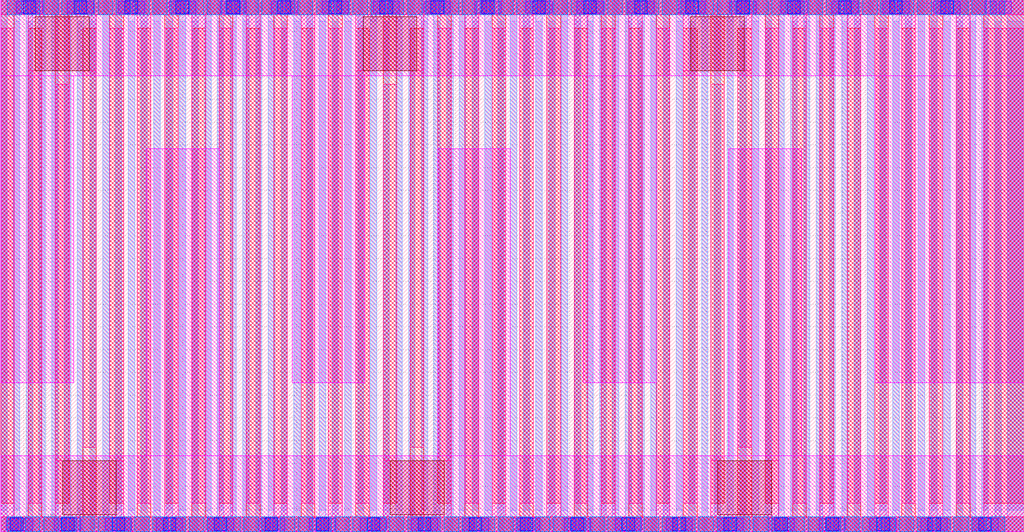
<source format=lef>
# Copyright 2020 The SkyWater PDK Authors
#
# Licensed under the Apache License, Version 2.0 (the "License");
# you may not use this file except in compliance with the License.
# You may obtain a copy of the License at
#
#     https://www.apache.org/licenses/LICENSE-2.0
#
# Unless required by applicable law or agreed to in writing, software
# distributed under the License is distributed on an "AS IS" BASIS,
# WITHOUT WARRANTIES OR CONDITIONS OF ANY KIND, either express or implied.
# See the License for the specific language governing permissions and
# limitations under the License.
#
# SPDX-License-Identifier: Apache-2.0

VERSION 5.7 ;
  NOWIREEXTENSIONATPIN ON ;
  DIVIDERCHAR "/" ;
  BUSBITCHARS "[]" ;
MACRO sky130_fd_pr__cap_vpp_22p5x11p7_pol1m1m2m3m4m5_noshield
  CLASS BLOCK ;
  FOREIGN sky130_fd_pr__cap_vpp_22p5x11p7_pol1m1m2m3m4m5_noshield ;
  ORIGIN  0.000000  0.000000 ;
  SIZE  22.49000 BY  11.69000 ;
  OBS
    LAYER li1 ;
      RECT  0.000000  0.000000 22.490000  0.330000 ;
      RECT  0.000000  0.330000  0.140000 11.220000 ;
      RECT  0.000000 11.360000 22.490000 11.690000 ;
      RECT  0.280000  0.470000  0.420000 11.360000 ;
      RECT  0.560000  0.330000  0.700000 11.220000 ;
      RECT  0.840000  0.470000  0.980000 11.360000 ;
      RECT  1.120000  0.330000  1.260000 11.220000 ;
      RECT  1.400000  0.470000  1.540000 11.360000 ;
      RECT  1.680000  0.330000  1.820000 11.220000 ;
      RECT  1.960000  0.470000  2.100000 11.360000 ;
      RECT  2.240000  0.330000  2.380000 11.220000 ;
      RECT  2.520000  0.470000  2.660000 11.360000 ;
      RECT  2.800000  0.330000  2.940000 11.220000 ;
      RECT  3.080000  0.470000  3.220000 11.360000 ;
      RECT  3.360000  0.330000  3.500000 11.220000 ;
      RECT  3.640000  0.470000  3.780000 11.360000 ;
      RECT  3.920000  0.330000  4.060000 11.220000 ;
      RECT  4.200000  0.470000  4.340000 11.360000 ;
      RECT  4.480000  0.330000  4.620000 11.220000 ;
      RECT  4.760000  0.470000  4.900000 11.360000 ;
      RECT  5.040000  0.330000  5.180000 11.220000 ;
      RECT  5.320000  0.470000  5.460000 11.360000 ;
      RECT  5.600000  0.330000  5.740000 11.220000 ;
      RECT  5.880000  0.470000  6.020000 11.360000 ;
      RECT  6.160000  0.330000  6.300000 11.220000 ;
      RECT  6.440000  0.470000  6.580000 11.360000 ;
      RECT  6.720000  0.330000  6.860000 11.220000 ;
      RECT  7.000000  0.470000  7.140000 11.360000 ;
      RECT  7.280000  0.330000  7.420000 11.220000 ;
      RECT  7.560000  0.470000  7.700000 11.360000 ;
      RECT  7.840000  0.330000  7.980000 11.220000 ;
      RECT  8.120000  0.470000  8.260000 11.360000 ;
      RECT  8.400000  0.330000  8.540000 11.220000 ;
      RECT  8.680000  0.470000  8.820000 11.360000 ;
      RECT  8.960000  0.330000  9.100000 11.220000 ;
      RECT  9.240000  0.470000  9.380000 11.360000 ;
      RECT  9.520000  0.330000  9.660000 11.220000 ;
      RECT  9.800000  0.470000  9.940000 11.360000 ;
      RECT 10.080000  0.330000 10.220000 11.220000 ;
      RECT 10.360000  0.470000 10.500000 11.360000 ;
      RECT 10.640000  0.330000 10.780000 11.220000 ;
      RECT 10.920000  0.470000 11.060000 11.360000 ;
      RECT 11.200000  0.330000 11.340000 11.220000 ;
      RECT 11.480000  0.470000 11.620000 11.360000 ;
      RECT 11.760000  0.330000 11.900000 11.220000 ;
      RECT 12.040000  0.470000 12.180000 11.360000 ;
      RECT 12.320000  0.330000 12.460000 11.220000 ;
      RECT 12.600000  0.470000 12.740000 11.360000 ;
      RECT 12.880000  0.330000 13.020000 11.220000 ;
      RECT 13.160000  0.470000 13.300000 11.360000 ;
      RECT 13.440000  0.330000 13.580000 11.220000 ;
      RECT 13.720000  0.470000 13.860000 11.360000 ;
      RECT 14.000000  0.330000 14.140000 11.220000 ;
      RECT 14.280000  0.470000 14.420000 11.360000 ;
      RECT 14.560000  0.330000 14.700000 11.220000 ;
      RECT 14.840000  0.470000 14.980000 11.360000 ;
      RECT 15.120000  0.330000 15.260000 11.220000 ;
      RECT 15.400000  0.470000 15.540000 11.360000 ;
      RECT 15.680000  0.330000 15.820000 11.220000 ;
      RECT 15.960000  0.470000 16.100000 11.360000 ;
      RECT 16.240000  0.330000 16.380000 11.220000 ;
      RECT 16.520000  0.470000 16.660000 11.360000 ;
      RECT 16.800000  0.330000 16.940000 11.220000 ;
      RECT 17.080000  0.470000 17.220000 11.360000 ;
      RECT 17.360000  0.330000 17.500000 11.220000 ;
      RECT 17.640000  0.470000 17.780000 11.360000 ;
      RECT 17.920000  0.330000 18.060000 11.220000 ;
      RECT 18.200000  0.470000 18.340000 11.360000 ;
      RECT 18.480000  0.330000 18.620000 11.220000 ;
      RECT 18.760000  0.470000 18.900000 11.360000 ;
      RECT 19.040000  0.330000 19.180000 11.220000 ;
      RECT 19.320000  0.470000 19.460000 11.360000 ;
      RECT 19.600000  0.330000 19.740000 11.220000 ;
      RECT 19.880000  0.470000 20.020000 11.360000 ;
      RECT 20.160000  0.330000 20.300000 11.220000 ;
      RECT 20.440000  0.470000 20.580000 11.360000 ;
      RECT 20.720000  0.330000 20.860000 11.220000 ;
      RECT 21.000000  0.470000 21.140000 11.360000 ;
      RECT 21.280000  0.330000 21.420000 11.220000 ;
      RECT 21.560000  0.470000 21.700000 11.360000 ;
      RECT 21.840000  0.330000 21.980000 11.220000 ;
      RECT 22.120000  0.470000 22.490000 11.360000 ;
    LAYER mcon ;
      RECT  0.190000  0.080000  0.360000  0.250000 ;
      RECT  0.190000 11.440000  0.360000 11.610000 ;
      RECT  0.550000  0.080000  0.720000  0.250000 ;
      RECT  0.550000 11.440000  0.720000 11.610000 ;
      RECT  0.910000  0.080000  1.080000  0.250000 ;
      RECT  0.910000 11.440000  1.080000 11.610000 ;
      RECT  1.270000  0.080000  1.440000  0.250000 ;
      RECT  1.270000 11.440000  1.440000 11.610000 ;
      RECT  1.630000  0.080000  1.800000  0.250000 ;
      RECT  1.630000 11.440000  1.800000 11.610000 ;
      RECT  1.990000  0.080000  2.160000  0.250000 ;
      RECT  1.990000 11.440000  2.160000 11.610000 ;
      RECT  2.350000  0.080000  2.520000  0.250000 ;
      RECT  2.350000 11.440000  2.520000 11.610000 ;
      RECT  2.710000  0.080000  2.880000  0.250000 ;
      RECT  2.710000 11.440000  2.880000 11.610000 ;
      RECT  3.070000  0.080000  3.240000  0.250000 ;
      RECT  3.070000 11.440000  3.240000 11.610000 ;
      RECT  3.430000  0.080000  3.600000  0.250000 ;
      RECT  3.430000 11.440000  3.600000 11.610000 ;
      RECT  3.790000  0.080000  3.960000  0.250000 ;
      RECT  3.790000 11.440000  3.960000 11.610000 ;
      RECT  4.150000  0.080000  4.320000  0.250000 ;
      RECT  4.150000 11.440000  4.320000 11.610000 ;
      RECT  4.510000  0.080000  4.680000  0.250000 ;
      RECT  4.510000 11.440000  4.680000 11.610000 ;
      RECT  4.870000  0.080000  5.040000  0.250000 ;
      RECT  4.870000 11.440000  5.040000 11.610000 ;
      RECT  5.230000  0.080000  5.400000  0.250000 ;
      RECT  5.230000 11.440000  5.400000 11.610000 ;
      RECT  5.590000  0.080000  5.760000  0.250000 ;
      RECT  5.590000 11.440000  5.760000 11.610000 ;
      RECT  5.950000  0.080000  6.120000  0.250000 ;
      RECT  5.950000 11.440000  6.120000 11.610000 ;
      RECT  6.310000  0.080000  6.480000  0.250000 ;
      RECT  6.310000 11.440000  6.480000 11.610000 ;
      RECT  6.670000  0.080000  6.840000  0.250000 ;
      RECT  6.670000 11.440000  6.840000 11.610000 ;
      RECT  7.030000  0.080000  7.200000  0.250000 ;
      RECT  7.030000 11.440000  7.200000 11.610000 ;
      RECT  7.390000  0.080000  7.560000  0.250000 ;
      RECT  7.390000 11.440000  7.560000 11.610000 ;
      RECT  7.750000  0.080000  7.920000  0.250000 ;
      RECT  7.750000 11.440000  7.920000 11.610000 ;
      RECT  8.110000  0.080000  8.280000  0.250000 ;
      RECT  8.110000 11.440000  8.280000 11.610000 ;
      RECT  8.470000  0.080000  8.640000  0.250000 ;
      RECT  8.470000 11.440000  8.640000 11.610000 ;
      RECT  8.830000  0.080000  9.000000  0.250000 ;
      RECT  8.830000 11.440000  9.000000 11.610000 ;
      RECT  9.190000  0.080000  9.360000  0.250000 ;
      RECT  9.190000 11.440000  9.360000 11.610000 ;
      RECT  9.550000  0.080000  9.720000  0.250000 ;
      RECT  9.550000 11.440000  9.720000 11.610000 ;
      RECT  9.910000  0.080000 10.080000  0.250000 ;
      RECT  9.910000 11.440000 10.080000 11.610000 ;
      RECT 10.270000  0.080000 10.440000  0.250000 ;
      RECT 10.270000 11.440000 10.440000 11.610000 ;
      RECT 10.630000  0.080000 10.800000  0.250000 ;
      RECT 10.630000 11.440000 10.800000 11.610000 ;
      RECT 10.990000  0.080000 11.160000  0.250000 ;
      RECT 10.990000 11.440000 11.160000 11.610000 ;
      RECT 11.350000  0.080000 11.520000  0.250000 ;
      RECT 11.350000 11.440000 11.520000 11.610000 ;
      RECT 11.710000  0.080000 11.880000  0.250000 ;
      RECT 11.710000 11.440000 11.880000 11.610000 ;
      RECT 12.070000  0.080000 12.240000  0.250000 ;
      RECT 12.070000 11.440000 12.240000 11.610000 ;
      RECT 12.430000  0.080000 12.600000  0.250000 ;
      RECT 12.430000 11.440000 12.600000 11.610000 ;
      RECT 12.790000  0.080000 12.960000  0.250000 ;
      RECT 12.790000 11.440000 12.960000 11.610000 ;
      RECT 13.150000  0.080000 13.320000  0.250000 ;
      RECT 13.150000 11.440000 13.320000 11.610000 ;
      RECT 13.510000  0.080000 13.680000  0.250000 ;
      RECT 13.510000 11.440000 13.680000 11.610000 ;
      RECT 13.870000  0.080000 14.040000  0.250000 ;
      RECT 13.870000 11.440000 14.040000 11.610000 ;
      RECT 14.230000  0.080000 14.400000  0.250000 ;
      RECT 14.230000 11.440000 14.400000 11.610000 ;
      RECT 14.590000  0.080000 14.760000  0.250000 ;
      RECT 14.590000 11.440000 14.760000 11.610000 ;
      RECT 14.950000  0.080000 15.120000  0.250000 ;
      RECT 14.950000 11.440000 15.120000 11.610000 ;
      RECT 15.310000  0.080000 15.480000  0.250000 ;
      RECT 15.310000 11.440000 15.480000 11.610000 ;
      RECT 15.670000  0.080000 15.840000  0.250000 ;
      RECT 15.670000 11.440000 15.840000 11.610000 ;
      RECT 16.030000  0.080000 16.200000  0.250000 ;
      RECT 16.030000 11.440000 16.200000 11.610000 ;
      RECT 16.390000  0.080000 16.560000  0.250000 ;
      RECT 16.390000 11.440000 16.560000 11.610000 ;
      RECT 16.750000  0.080000 16.920000  0.250000 ;
      RECT 16.750000 11.440000 16.920000 11.610000 ;
      RECT 17.110000  0.080000 17.280000  0.250000 ;
      RECT 17.110000 11.440000 17.280000 11.610000 ;
      RECT 17.470000  0.080000 17.640000  0.250000 ;
      RECT 17.470000 11.440000 17.640000 11.610000 ;
      RECT 17.830000  0.080000 18.000000  0.250000 ;
      RECT 17.830000 11.440000 18.000000 11.610000 ;
      RECT 18.190000  0.080000 18.360000  0.250000 ;
      RECT 18.190000 11.440000 18.360000 11.610000 ;
      RECT 18.550000  0.080000 18.720000  0.250000 ;
      RECT 18.550000 11.440000 18.720000 11.610000 ;
      RECT 18.910000  0.080000 19.080000  0.250000 ;
      RECT 18.910000 11.440000 19.080000 11.610000 ;
      RECT 19.270000  0.080000 19.440000  0.250000 ;
      RECT 19.270000 11.440000 19.440000 11.610000 ;
      RECT 19.630000  0.080000 19.800000  0.250000 ;
      RECT 19.630000 11.440000 19.800000 11.610000 ;
      RECT 19.990000  0.080000 20.160000  0.250000 ;
      RECT 19.990000 11.440000 20.160000 11.610000 ;
      RECT 20.350000  0.080000 20.520000  0.250000 ;
      RECT 20.350000 11.440000 20.520000 11.610000 ;
      RECT 20.710000  0.080000 20.880000  0.250000 ;
      RECT 20.710000 11.440000 20.880000 11.610000 ;
      RECT 21.070000  0.080000 21.240000  0.250000 ;
      RECT 21.070000 11.440000 21.240000 11.610000 ;
      RECT 21.430000  0.080000 21.600000  0.250000 ;
      RECT 21.430000 11.440000 21.600000 11.610000 ;
      RECT 21.790000  0.080000 21.960000  0.250000 ;
      RECT 21.790000 11.440000 21.960000 11.610000 ;
    LAYER met1 ;
      RECT  0.000000  0.000000 22.490000  0.330000 ;
      RECT  0.000000  0.470000  0.140000 11.360000 ;
      RECT  0.000000 11.360000 22.490000 11.690000 ;
      RECT  0.280000  0.330000  0.420000 11.220000 ;
      RECT  0.560000  0.470000  0.700000 11.360000 ;
      RECT  0.840000  0.330000  0.980000 11.220000 ;
      RECT  1.120000  0.470000  1.260000 11.360000 ;
      RECT  1.400000  0.330000  1.540000 11.220000 ;
      RECT  1.680000  0.470000  1.820000 11.360000 ;
      RECT  1.960000  0.330000  2.100000 11.220000 ;
      RECT  2.240000  0.470000  2.380000 11.360000 ;
      RECT  2.520000  0.330000  2.660000 11.220000 ;
      RECT  2.800000  0.470000  2.940000 11.360000 ;
      RECT  3.080000  0.330000  3.220000 11.220000 ;
      RECT  3.360000  0.470000  3.500000 11.360000 ;
      RECT  3.640000  0.330000  3.780000 11.220000 ;
      RECT  3.920000  0.470000  4.060000 11.360000 ;
      RECT  4.200000  0.330000  4.340000 11.220000 ;
      RECT  4.480000  0.470000  4.620000 11.360000 ;
      RECT  4.760000  0.330000  4.900000 11.220000 ;
      RECT  5.040000  0.470000  5.180000 11.360000 ;
      RECT  5.320000  0.330000  5.460000 11.220000 ;
      RECT  5.600000  0.470000  5.740000 11.360000 ;
      RECT  5.880000  0.330000  6.020000 11.220000 ;
      RECT  6.160000  0.470000  6.300000 11.360000 ;
      RECT  6.440000  0.330000  6.580000 11.220000 ;
      RECT  6.720000  0.470000  6.860000 11.360000 ;
      RECT  7.000000  0.330000  7.140000 11.220000 ;
      RECT  7.280000  0.470000  7.420000 11.360000 ;
      RECT  7.560000  0.330000  7.700000 11.220000 ;
      RECT  7.840000  0.470000  7.980000 11.360000 ;
      RECT  8.120000  0.330000  8.260000 11.220000 ;
      RECT  8.400000  0.470000  8.540000 11.360000 ;
      RECT  8.680000  0.330000  8.820000 11.220000 ;
      RECT  8.960000  0.470000  9.100000 11.360000 ;
      RECT  9.240000  0.330000  9.380000 11.220000 ;
      RECT  9.520000  0.470000  9.660000 11.360000 ;
      RECT  9.800000  0.330000  9.940000 11.220000 ;
      RECT 10.080000  0.470000 10.220000 11.360000 ;
      RECT 10.360000  0.330000 10.500000 11.220000 ;
      RECT 10.640000  0.470000 10.780000 11.360000 ;
      RECT 10.920000  0.330000 11.060000 11.220000 ;
      RECT 11.200000  0.470000 11.340000 11.360000 ;
      RECT 11.480000  0.330000 11.620000 11.220000 ;
      RECT 11.760000  0.470000 11.900000 11.360000 ;
      RECT 12.040000  0.330000 12.180000 11.220000 ;
      RECT 12.320000  0.470000 12.460000 11.360000 ;
      RECT 12.600000  0.330000 12.740000 11.220000 ;
      RECT 12.880000  0.470000 13.020000 11.360000 ;
      RECT 13.160000  0.330000 13.300000 11.220000 ;
      RECT 13.440000  0.470000 13.580000 11.360000 ;
      RECT 13.720000  0.330000 13.860000 11.220000 ;
      RECT 14.000000  0.470000 14.140000 11.360000 ;
      RECT 14.280000  0.330000 14.420000 11.220000 ;
      RECT 14.560000  0.470000 14.700000 11.360000 ;
      RECT 14.840000  0.330000 14.980000 11.220000 ;
      RECT 15.120000  0.470000 15.260000 11.360000 ;
      RECT 15.400000  0.330000 15.540000 11.220000 ;
      RECT 15.680000  0.470000 15.820000 11.360000 ;
      RECT 15.960000  0.330000 16.100000 11.220000 ;
      RECT 16.240000  0.470000 16.380000 11.360000 ;
      RECT 16.520000  0.330000 16.660000 11.220000 ;
      RECT 16.800000  0.470000 16.940000 11.360000 ;
      RECT 17.080000  0.330000 17.220000 11.220000 ;
      RECT 17.360000  0.470000 17.500000 11.360000 ;
      RECT 17.640000  0.330000 17.780000 11.220000 ;
      RECT 17.920000  0.470000 18.060000 11.360000 ;
      RECT 18.200000  0.330000 18.340000 11.220000 ;
      RECT 18.480000  0.470000 18.620000 11.360000 ;
      RECT 18.760000  0.330000 18.900000 11.220000 ;
      RECT 19.040000  0.470000 19.180000 11.360000 ;
      RECT 19.320000  0.330000 19.460000 11.220000 ;
      RECT 19.600000  0.470000 19.740000 11.360000 ;
      RECT 19.880000  0.330000 20.020000 11.220000 ;
      RECT 20.160000  0.470000 20.300000 11.360000 ;
      RECT 20.440000  0.330000 20.580000 11.220000 ;
      RECT 20.720000  0.470000 20.860000 11.360000 ;
      RECT 21.000000  0.330000 21.140000 11.220000 ;
      RECT 21.280000  0.470000 21.420000 11.360000 ;
      RECT 21.560000  0.330000 21.700000 11.220000 ;
      RECT 21.840000  0.470000 21.980000 11.360000 ;
      RECT 22.120000  0.330000 22.490000 11.220000 ;
    LAYER met2 ;
      RECT  0.000000  0.000000  0.700000  0.330000 ;
      RECT  0.000000  0.330000  0.140000 11.690000 ;
      RECT  0.280000  0.470000  0.420000 11.360000 ;
      RECT  0.280000 11.360000  0.980000 11.690000 ;
      RECT  0.560000  0.330000  0.700000 11.220000 ;
      RECT  0.840000  0.000000  0.980000 11.360000 ;
      RECT  1.120000  0.000000  1.820000  0.330000 ;
      RECT  1.120000  0.330000  1.260000 11.690000 ;
      RECT  1.400000  0.470000  1.540000 11.360000 ;
      RECT  1.400000 11.360000  2.100000 11.690000 ;
      RECT  1.680000  0.330000  1.820000 11.220000 ;
      RECT  1.960000  0.000000  2.100000 11.360000 ;
      RECT  2.240000  0.000000  2.940000  0.330000 ;
      RECT  2.240000  0.330000  2.380000 11.690000 ;
      RECT  2.520000  0.470000  2.660000 11.360000 ;
      RECT  2.520000 11.360000  3.220000 11.690000 ;
      RECT  2.800000  0.330000  2.940000 11.220000 ;
      RECT  3.080000  0.000000  3.220000 11.360000 ;
      RECT  3.360000  0.000000  4.060000  0.330000 ;
      RECT  3.360000  0.330000  3.500000 11.690000 ;
      RECT  3.640000  0.470000  3.780000 11.360000 ;
      RECT  3.640000 11.360000  4.340000 11.690000 ;
      RECT  3.920000  0.330000  4.060000 11.220000 ;
      RECT  4.200000  0.000000  4.340000 11.360000 ;
      RECT  4.480000  0.000000  5.180000  0.330000 ;
      RECT  4.480000  0.330000  4.620000 11.690000 ;
      RECT  4.760000  0.470000  4.900000 11.360000 ;
      RECT  4.760000 11.360000  5.460000 11.690000 ;
      RECT  5.040000  0.330000  5.180000 11.220000 ;
      RECT  5.320000  0.000000  5.460000 11.360000 ;
      RECT  5.600000  0.000000  6.300000  0.330000 ;
      RECT  5.600000  0.330000  5.740000 11.690000 ;
      RECT  5.880000  0.470000  6.020000 11.360000 ;
      RECT  5.880000 11.360000  6.580000 11.690000 ;
      RECT  6.160000  0.330000  6.300000 11.220000 ;
      RECT  6.440000  0.000000  6.580000 11.360000 ;
      RECT  6.720000  0.000000  7.420000  0.330000 ;
      RECT  6.720000  0.330000  6.860000 11.690000 ;
      RECT  7.000000  0.470000  7.140000 11.360000 ;
      RECT  7.000000 11.360000  7.700000 11.690000 ;
      RECT  7.280000  0.330000  7.420000 11.220000 ;
      RECT  7.560000  0.000000  7.700000 11.360000 ;
      RECT  7.840000  0.000000  8.540000  0.330000 ;
      RECT  7.840000  0.330000  7.980000 11.690000 ;
      RECT  8.120000  0.470000  8.260000 11.360000 ;
      RECT  8.120000 11.360000  8.820000 11.690000 ;
      RECT  8.400000  0.330000  8.540000 11.220000 ;
      RECT  8.680000  0.000000  8.820000 11.360000 ;
      RECT  8.960000  0.000000  9.660000  0.330000 ;
      RECT  8.960000  0.330000  9.100000 11.690000 ;
      RECT  9.240000  0.470000  9.380000 11.360000 ;
      RECT  9.240000 11.360000  9.940000 11.690000 ;
      RECT  9.520000  0.330000  9.660000 11.220000 ;
      RECT  9.800000  0.000000  9.940000 11.360000 ;
      RECT 10.080000  0.000000 10.780000  0.330000 ;
      RECT 10.080000  0.330000 10.220000 11.690000 ;
      RECT 10.360000  0.470000 10.500000 11.360000 ;
      RECT 10.360000 11.360000 11.060000 11.690000 ;
      RECT 10.640000  0.330000 10.780000 11.220000 ;
      RECT 10.920000  0.000000 11.060000 11.360000 ;
      RECT 11.200000  0.000000 11.900000  0.330000 ;
      RECT 11.200000  0.330000 11.340000 11.690000 ;
      RECT 11.480000  0.470000 11.620000 11.360000 ;
      RECT 11.480000 11.360000 12.180000 11.690000 ;
      RECT 11.760000  0.330000 11.900000 11.220000 ;
      RECT 12.040000  0.000000 12.180000 11.360000 ;
      RECT 12.320000  0.000000 13.020000  0.330000 ;
      RECT 12.320000  0.330000 12.460000 11.690000 ;
      RECT 12.600000  0.470000 12.740000 11.360000 ;
      RECT 12.600000 11.360000 13.300000 11.690000 ;
      RECT 12.880000  0.330000 13.020000 11.220000 ;
      RECT 13.160000  0.000000 13.300000 11.360000 ;
      RECT 13.440000  0.000000 14.140000  0.330000 ;
      RECT 13.440000  0.330000 13.580000 11.690000 ;
      RECT 13.720000  0.470000 13.860000 11.360000 ;
      RECT 13.720000 11.360000 14.420000 11.690000 ;
      RECT 14.000000  0.330000 14.140000 11.220000 ;
      RECT 14.280000  0.000000 14.420000 11.360000 ;
      RECT 14.560000  0.000000 15.260000  0.330000 ;
      RECT 14.560000  0.330000 14.700000 11.690000 ;
      RECT 14.840000  0.470000 14.980000 11.360000 ;
      RECT 14.840000 11.360000 15.540000 11.690000 ;
      RECT 15.120000  0.330000 15.260000 11.220000 ;
      RECT 15.400000  0.000000 15.540000 11.360000 ;
      RECT 15.680000  0.000000 16.380000  0.330000 ;
      RECT 15.680000  0.330000 15.820000 11.690000 ;
      RECT 15.960000  0.470000 16.100000 11.360000 ;
      RECT 15.960000 11.360000 16.660000 11.690000 ;
      RECT 16.240000  0.330000 16.380000 11.220000 ;
      RECT 16.520000  0.000000 16.660000 11.360000 ;
      RECT 16.800000  0.000000 17.500000  0.330000 ;
      RECT 16.800000  0.330000 16.940000 11.690000 ;
      RECT 17.080000  0.470000 17.220000 11.360000 ;
      RECT 17.080000 11.360000 17.780000 11.690000 ;
      RECT 17.360000  0.330000 17.500000 11.220000 ;
      RECT 17.640000  0.000000 17.780000 11.360000 ;
      RECT 17.920000  0.000000 18.620000  0.330000 ;
      RECT 17.920000  0.330000 18.060000 11.690000 ;
      RECT 18.200000  0.470000 18.340000 11.360000 ;
      RECT 18.200000 11.360000 18.900000 11.690000 ;
      RECT 18.480000  0.330000 18.620000 11.220000 ;
      RECT 18.760000  0.000000 18.900000 11.360000 ;
      RECT 19.040000  0.000000 19.740000  0.330000 ;
      RECT 19.040000  0.330000 19.180000 11.690000 ;
      RECT 19.320000  0.470000 19.460000 11.360000 ;
      RECT 19.320000 11.360000 20.020000 11.690000 ;
      RECT 19.600000  0.330000 19.740000 11.220000 ;
      RECT 19.880000  0.000000 20.020000 11.360000 ;
      RECT 20.160000  0.000000 20.860000  0.330000 ;
      RECT 20.160000  0.330000 20.300000 11.690000 ;
      RECT 20.440000  0.470000 20.580000 11.360000 ;
      RECT 20.440000 11.360000 22.490000 11.690000 ;
      RECT 20.720000  0.330000 20.860000 11.220000 ;
      RECT 21.000000  0.000000 21.140000 11.360000 ;
      RECT 21.280000  0.000000 22.490000  0.330000 ;
      RECT 21.280000  0.330000 21.420000 11.220000 ;
      RECT 21.560000  0.470000 21.700000 11.360000 ;
      RECT 21.840000  0.330000 21.980000 11.220000 ;
      RECT 22.120000  0.470000 22.490000 11.360000 ;
    LAYER met3 ;
      RECT  0.000000  0.000000 22.490000  0.330000 ;
      RECT  0.000000  0.630000  0.300000 11.360000 ;
      RECT  0.000000 11.360000 22.490000 11.690000 ;
      RECT  0.600000  0.330000  0.900000 11.060000 ;
      RECT  1.200000  0.630000  1.500000 11.360000 ;
      RECT  1.800000  0.330000  2.100000 11.060000 ;
      RECT  2.400000  0.630000  2.700000 11.360000 ;
      RECT  3.000000  0.330000  3.300000 11.060000 ;
      RECT  3.600000  0.630000  3.900000 11.360000 ;
      RECT  4.200000  0.330000  4.500000 11.060000 ;
      RECT  4.800000  0.630000  5.100000 11.360000 ;
      RECT  5.400000  0.330000  5.700000 11.060000 ;
      RECT  6.000000  0.630000  6.300000 11.360000 ;
      RECT  6.600000  0.330000  6.900000 11.060000 ;
      RECT  7.200000  0.630000  7.500000 11.360000 ;
      RECT  7.800000  0.330000  8.100000 11.060000 ;
      RECT  8.400000  0.630000  8.700000 11.360000 ;
      RECT  9.000000  0.330000  9.300000 11.060000 ;
      RECT  9.600000  0.630000  9.900000 11.360000 ;
      RECT 10.200000  0.330000 10.500000 11.060000 ;
      RECT 10.800000  0.630000 11.100000 11.360000 ;
      RECT 11.400000  0.330000 11.700000 11.060000 ;
      RECT 12.000000  0.630000 12.300000 11.360000 ;
      RECT 12.600000  0.330000 12.900000 11.060000 ;
      RECT 13.200000  0.630000 13.500000 11.360000 ;
      RECT 13.800000  0.330000 14.100000 11.060000 ;
      RECT 14.400000  0.630000 14.700000 11.360000 ;
      RECT 15.000000  0.330000 15.300000 11.060000 ;
      RECT 15.600000  0.630000 15.900000 11.360000 ;
      RECT 16.200000  0.330000 16.500000 11.060000 ;
      RECT 16.800000  0.630000 17.100000 11.360000 ;
      RECT 17.400000  0.330000 17.700000 11.060000 ;
      RECT 18.000000  0.630000 18.300000 11.360000 ;
      RECT 18.600000  0.330000 18.900000 11.060000 ;
      RECT 19.200000  0.630000 19.500000 11.360000 ;
      RECT 19.800000  0.330000 20.100000 11.060000 ;
      RECT 20.400000  0.630000 20.700000 11.360000 ;
      RECT 21.000000  0.330000 21.300000 11.060000 ;
      RECT 21.600000  0.630000 22.490000 11.360000 ;
    LAYER met4 ;
      RECT  0.000000  0.000000 22.490000  0.330000 ;
      RECT  0.000000  0.330000  0.300000 11.060000 ;
      RECT  0.000000 11.360000 22.490000 11.690000 ;
      RECT  0.600000  0.630000  0.900000 10.135000 ;
      RECT  0.600000 10.135000  2.100000 11.360000 ;
      RECT  1.200000  0.330000  2.700000  1.555000 ;
      RECT  1.200000  1.555000  1.500000  9.835000 ;
      RECT  1.800000  1.855000  2.100000 10.135000 ;
      RECT  2.400000  1.555000  2.700000 11.060000 ;
      RECT  3.000000  0.630000  3.300000 11.360000 ;
      RECT  3.600000  0.330000  3.900000 11.060000 ;
      RECT  4.200000  0.630000  4.500000 11.360000 ;
      RECT  4.800000  0.330000  5.100000 11.060000 ;
      RECT  5.400000  0.630000  5.700000 11.360000 ;
      RECT  6.000000  0.330000  6.300000 11.060000 ;
      RECT  6.600000  0.630000  6.900000 11.360000 ;
      RECT  7.200000  0.330000  7.500000 11.060000 ;
      RECT  7.800000  0.630000  8.100000 10.135000 ;
      RECT  7.800000 10.135000  9.300000 11.360000 ;
      RECT  8.400000  0.330000  9.900000  1.555000 ;
      RECT  8.400000  1.555000  8.700000  9.835000 ;
      RECT  9.000000  1.855000  9.300000 10.135000 ;
      RECT  9.600000  1.555000  9.900000 11.060000 ;
      RECT 10.200000  0.630000 10.500000 11.360000 ;
      RECT 10.800000  0.330000 11.100000 11.060000 ;
      RECT 11.400000  0.630000 11.700000 11.360000 ;
      RECT 12.000000  0.330000 12.300000 11.060000 ;
      RECT 12.600000  0.630000 12.900000 11.360000 ;
      RECT 13.200000  0.330000 13.500000 11.060000 ;
      RECT 13.800000  0.630000 14.100000 11.360000 ;
      RECT 14.400000  0.330000 14.700000 11.060000 ;
      RECT 15.000000  0.630000 15.300000 10.135000 ;
      RECT 15.000000 10.135000 16.500000 11.360000 ;
      RECT 15.600000  0.330000 17.100000  1.555000 ;
      RECT 15.600000  1.555000 15.900000  9.835000 ;
      RECT 16.200000  1.855000 16.500000 10.135000 ;
      RECT 16.800000  1.555000 17.100000 11.060000 ;
      RECT 17.400000  0.630000 17.700000 11.360000 ;
      RECT 18.000000  0.330000 18.300000 11.060000 ;
      RECT 18.600000  0.630000 18.900000 11.360000 ;
      RECT 19.200000  0.330000 19.500000 11.060000 ;
      RECT 19.800000  0.630000 20.100000 11.360000 ;
      RECT 20.400000  0.330000 20.700000 11.060000 ;
      RECT 21.000000  0.630000 21.300000 11.360000 ;
      RECT 21.600000  0.330000 22.490000 11.060000 ;
    LAYER met5 ;
      RECT  0.000000  0.000000 22.490000  1.675000 ;
      RECT  0.000000  3.275000  1.600000 10.015000 ;
      RECT  0.000000 10.015000 22.490000 11.690000 ;
      RECT  3.200000  1.675000  4.800000  8.415000 ;
      RECT  6.400000  3.275000  8.000000 10.015000 ;
      RECT  9.600000  1.675000 11.200000  8.415000 ;
      RECT 12.800000  3.275000 14.400000 10.015000 ;
      RECT 16.000000  1.675000 17.600000  8.415000 ;
      RECT 19.200000  3.275000 22.490000 10.015000 ;
    LAYER via ;
      RECT  0.120000  0.035000  0.380000  0.295000 ;
      RECT  0.340000 11.395000  0.600000 11.655000 ;
      RECT  0.440000  0.035000  0.700000  0.295000 ;
      RECT  0.660000 11.395000  0.920000 11.655000 ;
      RECT  1.180000  0.035000  1.440000  0.295000 ;
      RECT  1.460000 11.395000  1.720000 11.655000 ;
      RECT  1.500000  0.035000  1.760000  0.295000 ;
      RECT  1.780000 11.395000  2.040000 11.655000 ;
      RECT  2.300000  0.035000  2.560000  0.295000 ;
      RECT  2.580000 11.395000  2.840000 11.655000 ;
      RECT  2.620000  0.035000  2.880000  0.295000 ;
      RECT  2.900000 11.395000  3.160000 11.655000 ;
      RECT  3.420000  0.035000  3.680000  0.295000 ;
      RECT  3.700000 11.395000  3.960000 11.655000 ;
      RECT  3.740000  0.035000  4.000000  0.295000 ;
      RECT  4.020000 11.395000  4.280000 11.655000 ;
      RECT  4.540000  0.035000  4.800000  0.295000 ;
      RECT  4.820000 11.395000  5.080000 11.655000 ;
      RECT  4.860000  0.035000  5.120000  0.295000 ;
      RECT  5.140000 11.395000  5.400000 11.655000 ;
      RECT  5.660000  0.035000  5.920000  0.295000 ;
      RECT  5.940000 11.395000  6.200000 11.655000 ;
      RECT  5.980000  0.035000  6.240000  0.295000 ;
      RECT  6.260000 11.395000  6.520000 11.655000 ;
      RECT  6.780000  0.035000  7.040000  0.295000 ;
      RECT  7.060000 11.395000  7.320000 11.655000 ;
      RECT  7.100000  0.035000  7.360000  0.295000 ;
      RECT  7.380000 11.395000  7.640000 11.655000 ;
      RECT  7.900000  0.035000  8.160000  0.295000 ;
      RECT  8.180000 11.395000  8.440000 11.655000 ;
      RECT  8.220000  0.035000  8.480000  0.295000 ;
      RECT  8.500000 11.395000  8.760000 11.655000 ;
      RECT  9.020000  0.035000  9.280000  0.295000 ;
      RECT  9.300000 11.395000  9.560000 11.655000 ;
      RECT  9.340000  0.035000  9.600000  0.295000 ;
      RECT  9.620000 11.395000  9.880000 11.655000 ;
      RECT 10.140000  0.035000 10.400000  0.295000 ;
      RECT 10.420000 11.395000 10.680000 11.655000 ;
      RECT 10.460000  0.035000 10.720000  0.295000 ;
      RECT 10.740000 11.395000 11.000000 11.655000 ;
      RECT 11.260000  0.035000 11.520000  0.295000 ;
      RECT 11.540000 11.395000 11.800000 11.655000 ;
      RECT 11.580000  0.035000 11.840000  0.295000 ;
      RECT 11.860000 11.395000 12.120000 11.655000 ;
      RECT 12.380000  0.035000 12.640000  0.295000 ;
      RECT 12.660000 11.395000 12.920000 11.655000 ;
      RECT 12.700000  0.035000 12.960000  0.295000 ;
      RECT 12.980000 11.395000 13.240000 11.655000 ;
      RECT 13.500000  0.035000 13.760000  0.295000 ;
      RECT 13.780000 11.395000 14.040000 11.655000 ;
      RECT 13.820000  0.035000 14.080000  0.295000 ;
      RECT 14.100000 11.395000 14.360000 11.655000 ;
      RECT 14.620000  0.035000 14.880000  0.295000 ;
      RECT 14.900000 11.395000 15.160000 11.655000 ;
      RECT 14.940000  0.035000 15.200000  0.295000 ;
      RECT 15.220000 11.395000 15.480000 11.655000 ;
      RECT 15.740000  0.035000 16.000000  0.295000 ;
      RECT 16.020000 11.395000 16.280000 11.655000 ;
      RECT 16.060000  0.035000 16.320000  0.295000 ;
      RECT 16.340000 11.395000 16.600000 11.655000 ;
      RECT 16.860000  0.035000 17.120000  0.295000 ;
      RECT 17.140000 11.395000 17.400000 11.655000 ;
      RECT 17.180000  0.035000 17.440000  0.295000 ;
      RECT 17.460000 11.395000 17.720000 11.655000 ;
      RECT 17.980000  0.035000 18.240000  0.295000 ;
      RECT 18.260000 11.395000 18.520000 11.655000 ;
      RECT 18.300000  0.035000 18.560000  0.295000 ;
      RECT 18.580000 11.395000 18.840000 11.655000 ;
      RECT 19.100000  0.035000 19.360000  0.295000 ;
      RECT 19.380000 11.395000 19.640000 11.655000 ;
      RECT 19.420000  0.035000 19.680000  0.295000 ;
      RECT 19.700000 11.395000 19.960000 11.655000 ;
      RECT 20.220000  0.035000 20.480000  0.295000 ;
      RECT 20.500000 11.395000 20.760000 11.655000 ;
      RECT 20.540000  0.035000 20.800000  0.295000 ;
      RECT 20.820000 11.395000 21.080000 11.655000 ;
      RECT 21.340000  0.035000 21.600000  0.295000 ;
      RECT 21.620000 11.395000 21.880000 11.655000 ;
      RECT 21.660000  0.035000 21.920000  0.295000 ;
      RECT 21.940000 11.395000 22.200000 11.655000 ;
    LAYER via2 ;
      RECT  0.210000  0.025000  0.490000  0.305000 ;
      RECT  0.490000 11.385000  0.770000 11.665000 ;
      RECT  1.330000  0.025000  1.610000  0.305000 ;
      RECT  1.610000 11.385000  1.890000 11.665000 ;
      RECT  2.450000  0.025000  2.730000  0.305000 ;
      RECT  2.730000 11.385000  3.010000 11.665000 ;
      RECT  3.570000  0.025000  3.850000  0.305000 ;
      RECT  3.850000 11.385000  4.130000 11.665000 ;
      RECT  4.690000  0.025000  4.970000  0.305000 ;
      RECT  4.970000 11.385000  5.250000 11.665000 ;
      RECT  5.810000  0.025000  6.090000  0.305000 ;
      RECT  6.090000 11.385000  6.370000 11.665000 ;
      RECT  6.930000  0.025000  7.210000  0.305000 ;
      RECT  7.210000 11.385000  7.490000 11.665000 ;
      RECT  8.050000  0.025000  8.330000  0.305000 ;
      RECT  8.330000 11.385000  8.610000 11.665000 ;
      RECT  9.170000  0.025000  9.450000  0.305000 ;
      RECT  9.450000 11.385000  9.730000 11.665000 ;
      RECT 10.290000  0.025000 10.570000  0.305000 ;
      RECT 10.570000 11.385000 10.850000 11.665000 ;
      RECT 11.410000  0.025000 11.690000  0.305000 ;
      RECT 11.690000 11.385000 11.970000 11.665000 ;
      RECT 12.530000  0.025000 12.810000  0.305000 ;
      RECT 12.810000 11.385000 13.090000 11.665000 ;
      RECT 13.650000  0.025000 13.930000  0.305000 ;
      RECT 13.930000 11.385000 14.210000 11.665000 ;
      RECT 14.770000  0.025000 15.050000  0.305000 ;
      RECT 15.050000 11.385000 15.330000 11.665000 ;
      RECT 15.890000  0.025000 16.170000  0.305000 ;
      RECT 16.170000 11.385000 16.450000 11.665000 ;
      RECT 17.010000  0.025000 17.290000  0.305000 ;
      RECT 17.290000 11.385000 17.570000 11.665000 ;
      RECT 18.130000  0.025000 18.410000  0.305000 ;
      RECT 18.410000 11.385000 18.690000 11.665000 ;
      RECT 19.250000  0.025000 19.530000  0.305000 ;
      RECT 19.530000 11.385000 19.810000 11.665000 ;
      RECT 20.370000  0.025000 20.650000  0.305000 ;
      RECT 20.650000 11.385000 20.930000 11.665000 ;
      RECT 21.490000  0.025000 21.770000  0.305000 ;
    LAYER via3 ;
      RECT  0.140000  0.005000  0.460000  0.325000 ;
      RECT  0.140000 11.365000  0.460000 11.685000 ;
      RECT  0.540000  0.005000  0.860000  0.325000 ;
      RECT  0.540000 11.365000  0.860000 11.685000 ;
      RECT  0.940000  0.005000  1.260000  0.325000 ;
      RECT  0.940000 11.365000  1.260000 11.685000 ;
      RECT  1.340000  0.005000  1.660000  0.325000 ;
      RECT  1.340000 11.365000  1.660000 11.685000 ;
      RECT  1.740000  0.005000  2.060000  0.325000 ;
      RECT  1.740000 11.365000  2.060000 11.685000 ;
      RECT  2.140000  0.005000  2.460000  0.325000 ;
      RECT  2.140000 11.365000  2.460000 11.685000 ;
      RECT  2.540000  0.005000  2.860000  0.325000 ;
      RECT  2.540000 11.365000  2.860000 11.685000 ;
      RECT  2.940000  0.005000  3.260000  0.325000 ;
      RECT  2.940000 11.365000  3.260000 11.685000 ;
      RECT  3.340000  0.005000  3.660000  0.325000 ;
      RECT  3.340000 11.365000  3.660000 11.685000 ;
      RECT  3.740000  0.005000  4.060000  0.325000 ;
      RECT  3.740000 11.365000  4.060000 11.685000 ;
      RECT  4.140000  0.005000  4.460000  0.325000 ;
      RECT  4.140000 11.365000  4.460000 11.685000 ;
      RECT  4.540000  0.005000  4.860000  0.325000 ;
      RECT  4.540000 11.365000  4.860000 11.685000 ;
      RECT  4.940000  0.005000  5.260000  0.325000 ;
      RECT  4.940000 11.365000  5.260000 11.685000 ;
      RECT  5.340000  0.005000  5.660000  0.325000 ;
      RECT  5.340000 11.365000  5.660000 11.685000 ;
      RECT  5.740000  0.005000  6.060000  0.325000 ;
      RECT  5.740000 11.365000  6.060000 11.685000 ;
      RECT  6.140000  0.005000  6.460000  0.325000 ;
      RECT  6.140000 11.365000  6.460000 11.685000 ;
      RECT  6.540000  0.005000  6.860000  0.325000 ;
      RECT  6.540000 11.365000  6.860000 11.685000 ;
      RECT  6.940000  0.005000  7.260000  0.325000 ;
      RECT  6.940000 11.365000  7.260000 11.685000 ;
      RECT  7.340000  0.005000  7.660000  0.325000 ;
      RECT  7.340000 11.365000  7.660000 11.685000 ;
      RECT  7.740000  0.005000  8.060000  0.325000 ;
      RECT  7.740000 11.365000  8.060000 11.685000 ;
      RECT  8.140000  0.005000  8.460000  0.325000 ;
      RECT  8.140000 11.365000  8.460000 11.685000 ;
      RECT  8.540000  0.005000  8.860000  0.325000 ;
      RECT  8.540000 11.365000  8.860000 11.685000 ;
      RECT  8.940000  0.005000  9.260000  0.325000 ;
      RECT  8.940000 11.365000  9.260000 11.685000 ;
      RECT  9.340000  0.005000  9.660000  0.325000 ;
      RECT  9.340000 11.365000  9.660000 11.685000 ;
      RECT  9.740000  0.005000 10.060000  0.325000 ;
      RECT  9.740000 11.365000 10.060000 11.685000 ;
      RECT 10.140000  0.005000 10.460000  0.325000 ;
      RECT 10.140000 11.365000 10.460000 11.685000 ;
      RECT 10.540000  0.005000 10.860000  0.325000 ;
      RECT 10.540000 11.365000 10.860000 11.685000 ;
      RECT 10.940000  0.005000 11.260000  0.325000 ;
      RECT 10.940000 11.365000 11.260000 11.685000 ;
      RECT 11.340000  0.005000 11.660000  0.325000 ;
      RECT 11.340000 11.365000 11.660000 11.685000 ;
      RECT 11.740000  0.005000 12.060000  0.325000 ;
      RECT 11.740000 11.365000 12.060000 11.685000 ;
      RECT 12.140000  0.005000 12.460000  0.325000 ;
      RECT 12.140000 11.365000 12.460000 11.685000 ;
      RECT 12.540000  0.005000 12.860000  0.325000 ;
      RECT 12.540000 11.365000 12.860000 11.685000 ;
      RECT 12.940000  0.005000 13.260000  0.325000 ;
      RECT 12.940000 11.365000 13.260000 11.685000 ;
      RECT 13.340000  0.005000 13.660000  0.325000 ;
      RECT 13.340000 11.365000 13.660000 11.685000 ;
      RECT 13.740000  0.005000 14.060000  0.325000 ;
      RECT 13.740000 11.365000 14.060000 11.685000 ;
      RECT 14.140000  0.005000 14.460000  0.325000 ;
      RECT 14.140000 11.365000 14.460000 11.685000 ;
      RECT 14.540000  0.005000 14.860000  0.325000 ;
      RECT 14.540000 11.365000 14.860000 11.685000 ;
      RECT 14.940000  0.005000 15.260000  0.325000 ;
      RECT 14.940000 11.365000 15.260000 11.685000 ;
      RECT 15.340000  0.005000 15.660000  0.325000 ;
      RECT 15.340000 11.365000 15.660000 11.685000 ;
      RECT 15.740000  0.005000 16.060000  0.325000 ;
      RECT 15.740000 11.365000 16.060000 11.685000 ;
      RECT 16.140000  0.005000 16.460000  0.325000 ;
      RECT 16.140000 11.365000 16.460000 11.685000 ;
      RECT 16.540000  0.005000 16.860000  0.325000 ;
      RECT 16.540000 11.365000 16.860000 11.685000 ;
      RECT 16.940000  0.005000 17.260000  0.325000 ;
      RECT 16.940000 11.365000 17.260000 11.685000 ;
      RECT 17.340000  0.005000 17.660000  0.325000 ;
      RECT 17.340000 11.365000 17.660000 11.685000 ;
      RECT 17.740000  0.005000 18.060000  0.325000 ;
      RECT 17.740000 11.365000 18.060000 11.685000 ;
      RECT 18.140000  0.005000 18.460000  0.325000 ;
      RECT 18.140000 11.365000 18.460000 11.685000 ;
      RECT 18.540000  0.005000 18.860000  0.325000 ;
      RECT 18.540000 11.365000 18.860000 11.685000 ;
      RECT 18.940000  0.005000 19.260000  0.325000 ;
      RECT 18.940000 11.365000 19.260000 11.685000 ;
      RECT 19.340000  0.005000 19.660000  0.325000 ;
      RECT 19.340000 11.365000 19.660000 11.685000 ;
      RECT 19.740000  0.005000 20.060000  0.325000 ;
      RECT 19.740000 11.365000 20.060000 11.685000 ;
      RECT 20.140000  0.005000 20.460000  0.325000 ;
      RECT 20.140000 11.365000 20.460000 11.685000 ;
      RECT 20.540000  0.005000 20.860000  0.325000 ;
      RECT 20.540000 11.365000 20.860000 11.685000 ;
      RECT 20.940000  0.005000 21.260000  0.325000 ;
      RECT 20.940000 11.365000 21.260000 11.685000 ;
      RECT 21.340000  0.005000 21.660000  0.325000 ;
      RECT 21.340000 11.365000 21.660000 11.685000 ;
      RECT 21.740000  0.005000 22.060000  0.325000 ;
      RECT 21.740000 11.365000 22.060000 11.685000 ;
    LAYER via4 ;
      RECT  0.760000 10.135000  1.940000 11.315000 ;
      RECT  1.360000  0.375000  2.540000  1.555000 ;
      RECT  7.960000 10.135000  9.140000 11.315000 ;
      RECT  8.560000  0.375000  9.740000  1.555000 ;
      RECT 15.160000 10.135000 16.340000 11.315000 ;
      RECT 15.760000  0.375000 16.940000  1.555000 ;
  END
END sky130_fd_pr__cap_vpp_22p5x11p7_pol1m1m2m3m4m5_noshield
END LIBRARY

</source>
